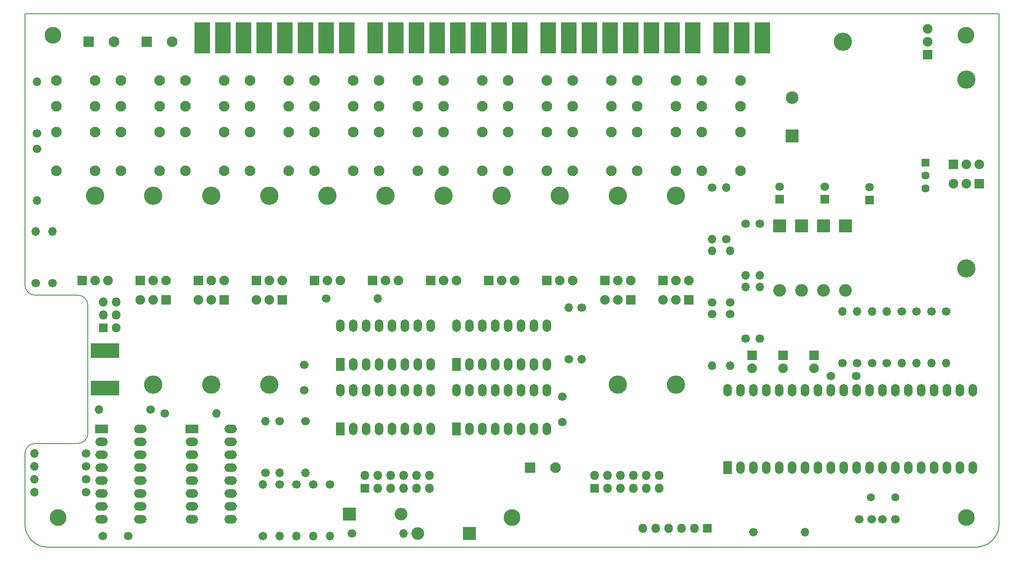
<source format=gbr>
%TF.GenerationSoftware,KiCad,Pcbnew,(5.1.6)-1*%
%TF.CreationDate,2020-08-11T14:57:58+01:00*%
%TF.ProjectId,panel-main,70616e65-6c2d-46d6-9169-6e2e6b696361,rev?*%
%TF.SameCoordinates,Original*%
%TF.FileFunction,Soldermask,Bot*%
%TF.FilePolarity,Negative*%
%FSLAX46Y46*%
G04 Gerber Fmt 4.6, Leading zero omitted, Abs format (unit mm)*
G04 Created by KiCad (PCBNEW (5.1.6)-1) date 2020-08-11 14:57:58*
%MOMM*%
%LPD*%
G01*
G04 APERTURE LIST*
%TA.AperFunction,Profile*%
%ADD10C,0.200000*%
%TD*%
%ADD11R,3.100000X6.100000*%
%ADD12R,5.600000X2.900000*%
%ADD13C,1.700000*%
%ADD14O,1.700000X1.700000*%
%ADD15R,1.800000X1.800000*%
%ADD16O,1.800000X1.800000*%
%ADD17R,2.500000X2.500000*%
%ADD18O,2.500000X2.500000*%
%ADD19C,2.500000*%
%ADD20R,1.700000X1.700000*%
%ADD21O,3.600000X3.600000*%
%ADD22R,1.900000X1.900000*%
%ADD23O,1.900000X1.900000*%
%ADD24C,1.620000*%
%ADD25R,1.620000X1.620000*%
%ADD26C,1.900000*%
%ADD27R,2.100000X2.100000*%
%ADD28C,2.100000*%
%ADD29C,1.600000*%
%ADD30R,1.700000X2.500000*%
%ADD31O,1.700000X2.500000*%
%ADD32R,2.500000X1.700000*%
%ADD33O,2.500000X1.700000*%
%ADD34C,3.300000*%
G04 APERTURE END LIST*
D10*
X50972508Y-38971591D02*
X50972508Y-92309883D01*
X242687490Y-38971591D02*
X50972508Y-38971591D01*
X61372508Y-94309883D02*
G75*
G02*
X63372508Y-96309883I0J-2000000D01*
G01*
X52972508Y-94309883D02*
X61372508Y-94309883D01*
X52972508Y-94309883D02*
G75*
G02*
X50972508Y-92309883I0J2000000D01*
G01*
X55472508Y-143909883D02*
X238187490Y-143909883D01*
X241769770Y-142096719D02*
X241928449Y-141869262D01*
X241928449Y-141869262D02*
X242073087Y-141632115D01*
X242073087Y-141632115D02*
X242203341Y-141386260D01*
X242203341Y-141386260D02*
X242318870Y-141132680D01*
X242318870Y-141132680D02*
X242419332Y-140872359D01*
X242419332Y-140872359D02*
X242504383Y-140606279D01*
X242504383Y-140606279D02*
X242573683Y-140335424D01*
X242573683Y-140335424D02*
X242626889Y-140060777D01*
X242626889Y-140060777D02*
X242663659Y-139783322D01*
X242663659Y-139783322D02*
X242683651Y-139504040D01*
X242683651Y-139504040D02*
X242687490Y-139317324D01*
X242687490Y-139317324D02*
X242687490Y-38971591D01*
X238187490Y-143909883D02*
X238445533Y-143901898D01*
X238445533Y-143901898D02*
X238702533Y-143878184D01*
X238702533Y-143878184D02*
X238957740Y-143839103D01*
X238957740Y-143839103D02*
X239210399Y-143785014D01*
X239210399Y-143785014D02*
X239459759Y-143716279D01*
X239459759Y-143716279D02*
X239705067Y-143633259D01*
X239705067Y-143633259D02*
X239945571Y-143536313D01*
X239945571Y-143536313D02*
X240180518Y-143425804D01*
X240180518Y-143425804D02*
X240409157Y-143302091D01*
X240409157Y-143302091D02*
X240630733Y-143165536D01*
X240630733Y-143165536D02*
X240844496Y-143016499D01*
X240844496Y-143016499D02*
X241049693Y-142855342D01*
X241049693Y-142855342D02*
X241245571Y-142682424D01*
X241245571Y-142682424D02*
X241431378Y-142498107D01*
X241431378Y-142498107D02*
X241606362Y-142302752D01*
X241606362Y-142302752D02*
X241769770Y-142096719D01*
X63372508Y-121509883D02*
G75*
G02*
X61372508Y-123509883I-2000000J0D01*
G01*
X61372508Y-123509883D02*
X52972508Y-123509883D01*
X63372508Y-96309883D02*
X63372508Y-121509883D01*
X52766574Y-142986753D02*
X52989415Y-143147096D01*
X52989415Y-143147096D02*
X53221312Y-143293029D01*
X53221312Y-143293029D02*
X53461337Y-143424254D01*
X53461337Y-143424254D02*
X53708567Y-143540476D01*
X53708567Y-143540476D02*
X53962074Y-143641395D01*
X53962074Y-143641395D02*
X54220933Y-143726715D01*
X54220933Y-143726715D02*
X54484219Y-143796138D01*
X54484219Y-143796138D02*
X54751005Y-143849368D01*
X54751005Y-143849368D02*
X55020366Y-143886106D01*
X55020366Y-143886106D02*
X55291375Y-143906056D01*
X55291375Y-143906056D02*
X55472508Y-143909883D01*
X50972508Y-139317324D02*
X50980516Y-139583265D01*
X50980516Y-139583265D02*
X51004274Y-139847961D01*
X51004274Y-139847961D02*
X51043382Y-140110633D01*
X51043382Y-140110633D02*
X51097440Y-140370501D01*
X51097440Y-140370501D02*
X51166048Y-140626788D01*
X51166048Y-140626788D02*
X51248805Y-140878714D01*
X51248805Y-140878714D02*
X51345312Y-141125500D01*
X51345312Y-141125500D02*
X51455167Y-141366368D01*
X51455167Y-141366368D02*
X51577972Y-141600537D01*
X51577972Y-141600537D02*
X51713326Y-141827230D01*
X51713326Y-141827230D02*
X51860829Y-142045667D01*
X51860829Y-142045667D02*
X52020081Y-142255069D01*
X52020081Y-142255069D02*
X52190681Y-142454658D01*
X52190681Y-142454658D02*
X52372230Y-142643654D01*
X52372230Y-142643654D02*
X52564328Y-142821278D01*
X52564328Y-142821278D02*
X52766574Y-142986753D01*
X50972508Y-125509883D02*
X50972508Y-139317324D01*
X50972508Y-125509883D02*
G75*
G02*
X52972508Y-123509883I2000000J0D01*
G01*
D11*
%TO.C,J9*%
X187960000Y-43688000D03*
X192024000Y-43688000D03*
X196088000Y-43688000D03*
%TD*%
%TO.C,J6*%
X85852000Y-43688000D03*
X89916000Y-43688000D03*
X102108000Y-43688000D03*
X106172000Y-43688000D03*
X110236000Y-43688000D03*
X114300000Y-43688000D03*
X93980000Y-43688000D03*
X98044000Y-43688000D03*
%TD*%
%TO.C,J7*%
X119888000Y-43688000D03*
X123952000Y-43688000D03*
X136144000Y-43688000D03*
X140208000Y-43688000D03*
X144272000Y-43688000D03*
X148336000Y-43688000D03*
X128016000Y-43688000D03*
X132080000Y-43688000D03*
%TD*%
%TO.C,J8*%
X153924000Y-43688000D03*
X157988000Y-43688000D03*
X170180000Y-43688000D03*
X174244000Y-43688000D03*
X178308000Y-43688000D03*
X182372000Y-43688000D03*
X162052000Y-43688000D03*
X166116000Y-43688000D03*
%TD*%
D12*
%TO.C,J2*%
X66707200Y-112617200D03*
X66707200Y-105217200D03*
%TD*%
D13*
%TO.C,R41*%
X232283000Y-97536000D03*
D14*
X232283000Y-107696000D03*
%TD*%
D15*
%TO.C,J11*%
X66421000Y-100711000D03*
D16*
X68961000Y-100711000D03*
X66421000Y-98171000D03*
X68961000Y-98171000D03*
X66421000Y-95631000D03*
X68961000Y-95631000D03*
%TD*%
D13*
%TO.C,R7*%
X186182000Y-73152000D03*
D14*
X186182000Y-83312000D03*
%TD*%
D17*
%TO.C,D4*%
X212471000Y-80645000D03*
D18*
X212471000Y-93345000D03*
%TD*%
D17*
%TO.C,D3*%
X208153000Y-80645000D03*
D18*
X208153000Y-93345000D03*
%TD*%
D17*
%TO.C,D2*%
X203835000Y-80645000D03*
D18*
X203835000Y-93345000D03*
%TD*%
D17*
%TO.C,D1*%
X199517000Y-80645000D03*
D18*
X199517000Y-93345000D03*
%TD*%
D17*
%TO.C,C9*%
X201930000Y-62992000D03*
D19*
X201930000Y-55492000D03*
%TD*%
D20*
%TO.C,C8*%
X208407000Y-75438000D03*
D13*
X208407000Y-72938000D03*
%TD*%
D20*
%TO.C,C7*%
X217170000Y-75565000D03*
D13*
X217170000Y-73065000D03*
%TD*%
D20*
%TO.C,C6*%
X199517000Y-75438000D03*
D13*
X199517000Y-72938000D03*
%TD*%
%TO.C,C3*%
X209550000Y-110236000D03*
X214550000Y-110236000D03*
%TD*%
%TO.C,R40*%
X211836000Y-107696000D03*
D14*
X211836000Y-97536000D03*
%TD*%
D13*
%TO.C,R39*%
X214757000Y-107696000D03*
D14*
X214757000Y-97536000D03*
%TD*%
D13*
%TO.C,R38*%
X217678000Y-107696000D03*
D14*
X217678000Y-97536000D03*
%TD*%
D13*
%TO.C,R37*%
X98298000Y-129286000D03*
D14*
X98298000Y-119126000D03*
%TD*%
D13*
%TO.C,R36*%
X62992000Y-133096000D03*
D14*
X52832000Y-133096000D03*
%TD*%
D13*
%TO.C,R35*%
X53340000Y-65532000D03*
D14*
X53340000Y-75692000D03*
%TD*%
D13*
%TO.C,R34*%
X78486000Y-117602000D03*
D14*
X88646000Y-117602000D03*
%TD*%
D13*
%TO.C,R33*%
X97790000Y-141732000D03*
D14*
X97790000Y-131572000D03*
%TD*%
D13*
%TO.C,R32*%
X75692000Y-116840000D03*
D14*
X65532000Y-116840000D03*
%TD*%
D13*
%TO.C,R31*%
X106172000Y-119126000D03*
D14*
X106172000Y-129286000D03*
%TD*%
D13*
%TO.C,R30*%
X53340000Y-62484000D03*
D14*
X53340000Y-52324000D03*
%TD*%
D13*
%TO.C,R29*%
X192786000Y-80264000D03*
D14*
X192786000Y-90424000D03*
%TD*%
D13*
%TO.C,R28*%
X195580000Y-80264000D03*
D14*
X195580000Y-90424000D03*
%TD*%
D13*
%TO.C,R27*%
X188976000Y-83312000D03*
D14*
X188976000Y-73152000D03*
%TD*%
D13*
%TO.C,R26*%
X195580000Y-102870000D03*
D14*
X195580000Y-92710000D03*
%TD*%
D13*
%TO.C,R25*%
X192786000Y-102870000D03*
D14*
X192786000Y-92710000D03*
%TD*%
D13*
%TO.C,R24*%
X157988000Y-106934000D03*
D14*
X157988000Y-96774000D03*
%TD*%
D13*
%TO.C,R23*%
X226441000Y-97536000D03*
D14*
X226441000Y-107696000D03*
%TD*%
D13*
%TO.C,R22*%
X110998000Y-131572000D03*
D14*
X110998000Y-141732000D03*
%TD*%
D13*
%TO.C,R21*%
X110236000Y-94996000D03*
D14*
X120396000Y-94996000D03*
%TD*%
D13*
%TO.C,R20*%
X229362000Y-97536000D03*
D14*
X229362000Y-107696000D03*
%TD*%
D13*
%TO.C,R19*%
X220599000Y-107696000D03*
D14*
X220599000Y-97536000D03*
%TD*%
D13*
%TO.C,R18*%
X223520000Y-97536000D03*
D14*
X223520000Y-107696000D03*
%TD*%
D21*
%TO.C,Q9*%
X236220000Y-51920000D03*
D22*
X233680000Y-68580000D03*
D23*
X236220000Y-68580000D03*
X238760000Y-68580000D03*
%TD*%
D21*
%TO.C,Q6*%
X236220000Y-89050000D03*
D22*
X238760000Y-72390000D03*
D23*
X236220000Y-72390000D03*
X233680000Y-72390000D03*
%TD*%
D24*
%TO.C,Q3*%
X228219000Y-70739000D03*
X228219000Y-73279000D03*
D25*
X228219000Y-68199000D03*
%TD*%
D22*
%TO.C,D7*%
X194056000Y-106172000D03*
D26*
X194056000Y-108712000D03*
%TD*%
D22*
%TO.C,D6*%
X200152000Y-106172000D03*
D26*
X200152000Y-108712000D03*
%TD*%
D22*
%TO.C,D5*%
X206248000Y-106172000D03*
D26*
X206248000Y-108712000D03*
%TD*%
D27*
%TO.C,C15*%
X150368000Y-128270000D03*
D28*
X155368000Y-128270000D03*
%TD*%
D13*
%TO.C,C14*%
X156718000Y-114300000D03*
X156718000Y-119300000D03*
%TD*%
%TO.C,C13*%
X66294000Y-141732000D03*
X71294000Y-141732000D03*
%TD*%
%TO.C,C12*%
X105918000Y-113030000D03*
X105918000Y-108030000D03*
%TD*%
D21*
%TO.C,U1*%
X211940000Y-44450000D03*
D22*
X228600000Y-46990000D03*
D23*
X228600000Y-44450000D03*
X228600000Y-41910000D03*
%TD*%
D21*
%TO.C,Q19*%
X110490000Y-74780000D03*
D22*
X107950000Y-91440000D03*
D23*
X110490000Y-91440000D03*
X113030000Y-91440000D03*
%TD*%
D21*
%TO.C,Q18*%
X99060000Y-111910000D03*
D22*
X101600000Y-95250000D03*
D23*
X99060000Y-95250000D03*
X96520000Y-95250000D03*
%TD*%
D21*
%TO.C,Q17*%
X99060000Y-74780000D03*
D22*
X96520000Y-91440000D03*
D23*
X99060000Y-91440000D03*
X101600000Y-91440000D03*
%TD*%
D21*
%TO.C,Q16*%
X87630000Y-111910000D03*
D22*
X90170000Y-95250000D03*
D23*
X87630000Y-95250000D03*
X85090000Y-95250000D03*
%TD*%
D21*
%TO.C,Q15*%
X87630000Y-74780000D03*
D22*
X85090000Y-91440000D03*
D23*
X87630000Y-91440000D03*
X90170000Y-91440000D03*
%TD*%
D21*
%TO.C,Q14*%
X76200000Y-111910000D03*
D22*
X78740000Y-95250000D03*
D23*
X76200000Y-95250000D03*
X73660000Y-95250000D03*
%TD*%
D21*
%TO.C,Q13*%
X76200000Y-74780000D03*
D22*
X73660000Y-91440000D03*
D23*
X76200000Y-91440000D03*
X78740000Y-91440000D03*
%TD*%
D21*
%TO.C,Q12*%
X64770000Y-74780000D03*
D22*
X62230000Y-91440000D03*
D23*
X64770000Y-91440000D03*
X67310000Y-91440000D03*
%TD*%
D21*
%TO.C,Q11*%
X179070000Y-74780000D03*
D22*
X176530000Y-91440000D03*
D23*
X179070000Y-91440000D03*
X181610000Y-91440000D03*
%TD*%
D21*
%TO.C,Q10*%
X179070000Y-111910000D03*
D22*
X181610000Y-95250000D03*
D23*
X179070000Y-95250000D03*
X176530000Y-95250000D03*
%TD*%
D21*
%TO.C,Q8*%
X167640000Y-74780000D03*
D22*
X165100000Y-91440000D03*
D23*
X167640000Y-91440000D03*
X170180000Y-91440000D03*
%TD*%
D21*
%TO.C,Q7*%
X167640000Y-111910000D03*
D22*
X170180000Y-95250000D03*
D23*
X167640000Y-95250000D03*
X165100000Y-95250000D03*
%TD*%
D21*
%TO.C,Q5*%
X156210000Y-74780000D03*
D22*
X153670000Y-91440000D03*
D23*
X156210000Y-91440000D03*
X158750000Y-91440000D03*
%TD*%
D21*
%TO.C,Q4*%
X144780000Y-74780000D03*
D22*
X142240000Y-91440000D03*
D23*
X144780000Y-91440000D03*
X147320000Y-91440000D03*
%TD*%
D21*
%TO.C,Q2*%
X133350000Y-74780000D03*
D22*
X130810000Y-91440000D03*
D23*
X133350000Y-91440000D03*
X135890000Y-91440000D03*
%TD*%
D21*
%TO.C,Q1*%
X121920000Y-74780000D03*
D22*
X119380000Y-91440000D03*
D23*
X121920000Y-91440000D03*
X124460000Y-91440000D03*
%TD*%
D29*
%TO.C,Y1*%
X217424000Y-134112000D03*
X222304000Y-134112000D03*
%TD*%
D30*
%TO.C,U8*%
X189230000Y-128270000D03*
D31*
X237490000Y-113030000D03*
X191770000Y-128270000D03*
X234950000Y-113030000D03*
X194310000Y-128270000D03*
X232410000Y-113030000D03*
X196850000Y-128270000D03*
X229870000Y-113030000D03*
X199390000Y-128270000D03*
X227330000Y-113030000D03*
X201930000Y-128270000D03*
X224790000Y-113030000D03*
X204470000Y-128270000D03*
X222250000Y-113030000D03*
X207010000Y-128270000D03*
X219710000Y-113030000D03*
X209550000Y-128270000D03*
X217170000Y-113030000D03*
X212090000Y-128270000D03*
X214630000Y-113030000D03*
X214630000Y-128270000D03*
X212090000Y-113030000D03*
X217170000Y-128270000D03*
X209550000Y-113030000D03*
X219710000Y-128270000D03*
X207010000Y-113030000D03*
X222250000Y-128270000D03*
X204470000Y-113030000D03*
X224790000Y-128270000D03*
X201930000Y-113030000D03*
X227330000Y-128270000D03*
X199390000Y-113030000D03*
X229870000Y-128270000D03*
X196850000Y-113030000D03*
X232410000Y-128270000D03*
X194310000Y-113030000D03*
X234950000Y-128270000D03*
X191770000Y-113030000D03*
X237490000Y-128270000D03*
X189230000Y-113030000D03*
%TD*%
D30*
%TO.C,U7*%
X113030000Y-107950000D03*
D31*
X130810000Y-100330000D03*
X115570000Y-107950000D03*
X128270000Y-100330000D03*
X118110000Y-107950000D03*
X125730000Y-100330000D03*
X120650000Y-107950000D03*
X123190000Y-100330000D03*
X123190000Y-107950000D03*
X120650000Y-100330000D03*
X125730000Y-107950000D03*
X118110000Y-100330000D03*
X128270000Y-107950000D03*
X115570000Y-100330000D03*
X130810000Y-107950000D03*
X113030000Y-100330000D03*
%TD*%
D30*
%TO.C,U6*%
X135890000Y-107950000D03*
D31*
X153670000Y-100330000D03*
X138430000Y-107950000D03*
X151130000Y-100330000D03*
X140970000Y-107950000D03*
X148590000Y-100330000D03*
X143510000Y-107950000D03*
X146050000Y-100330000D03*
X146050000Y-107950000D03*
X143510000Y-100330000D03*
X148590000Y-107950000D03*
X140970000Y-100330000D03*
X151130000Y-107950000D03*
X138430000Y-100330000D03*
X153670000Y-107950000D03*
X135890000Y-100330000D03*
%TD*%
D30*
%TO.C,U5*%
X113030000Y-120650000D03*
D31*
X130810000Y-113030000D03*
X115570000Y-120650000D03*
X128270000Y-113030000D03*
X118110000Y-120650000D03*
X125730000Y-113030000D03*
X120650000Y-120650000D03*
X123190000Y-113030000D03*
X123190000Y-120650000D03*
X120650000Y-113030000D03*
X125730000Y-120650000D03*
X118110000Y-113030000D03*
X128270000Y-120650000D03*
X115570000Y-113030000D03*
X130810000Y-120650000D03*
X113030000Y-113030000D03*
%TD*%
D30*
%TO.C,U4*%
X135890000Y-120650000D03*
D31*
X153670000Y-113030000D03*
X138430000Y-120650000D03*
X151130000Y-113030000D03*
X140970000Y-120650000D03*
X148590000Y-113030000D03*
X143510000Y-120650000D03*
X146050000Y-113030000D03*
X146050000Y-120650000D03*
X143510000Y-113030000D03*
X148590000Y-120650000D03*
X140970000Y-113030000D03*
X151130000Y-120650000D03*
X138430000Y-113030000D03*
X153670000Y-120650000D03*
X135890000Y-113030000D03*
%TD*%
D32*
%TO.C,U3*%
X83820000Y-120650000D03*
D33*
X91440000Y-138430000D03*
X83820000Y-123190000D03*
X91440000Y-135890000D03*
X83820000Y-125730000D03*
X91440000Y-133350000D03*
X83820000Y-128270000D03*
X91440000Y-130810000D03*
X83820000Y-130810000D03*
X91440000Y-128270000D03*
X83820000Y-133350000D03*
X91440000Y-125730000D03*
X83820000Y-135890000D03*
X91440000Y-123190000D03*
X83820000Y-138430000D03*
X91440000Y-120650000D03*
%TD*%
D32*
%TO.C,U2*%
X66040000Y-120650000D03*
D33*
X73660000Y-138430000D03*
X66040000Y-123190000D03*
X73660000Y-135890000D03*
X66040000Y-125730000D03*
X73660000Y-133350000D03*
X66040000Y-128270000D03*
X73660000Y-130810000D03*
X66040000Y-130810000D03*
X73660000Y-128270000D03*
X66040000Y-133350000D03*
X73660000Y-125730000D03*
X66040000Y-135890000D03*
X73660000Y-123190000D03*
X66040000Y-138430000D03*
X73660000Y-120650000D03*
%TD*%
D13*
%TO.C,R1*%
X194310000Y-140970000D03*
D14*
X204470000Y-140970000D03*
%TD*%
D15*
%TO.C,J3*%
X185293000Y-140208000D03*
D16*
X182753000Y-140208000D03*
X180213000Y-140208000D03*
X177673000Y-140208000D03*
X175133000Y-140208000D03*
X172593000Y-140208000D03*
%TD*%
D17*
%TO.C,D20*%
X138430000Y-141224000D03*
D18*
X128270000Y-141224000D03*
%TD*%
D17*
%TO.C,D19*%
X114808000Y-137414000D03*
D18*
X124968000Y-137414000D03*
%TD*%
D13*
%TO.C,C5*%
X222250000Y-138430000D03*
X219750000Y-138430000D03*
%TD*%
%TO.C,C4*%
X215138000Y-138430000D03*
X217638000Y-138430000D03*
%TD*%
D27*
%TO.C,C2*%
X74930000Y-44450000D03*
D28*
X79930000Y-44450000D03*
%TD*%
D27*
%TO.C,C1*%
X63500000Y-44450000D03*
D28*
X68500000Y-44450000D03*
%TD*%
D13*
%TO.C,R17*%
X101092000Y-119126000D03*
D14*
X101092000Y-129286000D03*
%TD*%
D13*
%TO.C,R16*%
X62992000Y-130556000D03*
D14*
X52832000Y-130556000D03*
%TD*%
D13*
%TO.C,R15*%
X56388000Y-91948000D03*
D14*
X56388000Y-81788000D03*
%TD*%
D13*
%TO.C,R14*%
X62992000Y-128016000D03*
D14*
X52832000Y-128016000D03*
%TD*%
D13*
%TO.C,R13*%
X101092000Y-131572000D03*
D14*
X101092000Y-141732000D03*
%TD*%
D13*
%TO.C,R12*%
X62992000Y-125476000D03*
D14*
X52832000Y-125476000D03*
%TD*%
D13*
%TO.C,R11*%
X104394000Y-131572000D03*
D14*
X104394000Y-141732000D03*
%TD*%
D13*
%TO.C,R10*%
X53086000Y-91948000D03*
D14*
X53086000Y-81788000D03*
%TD*%
D13*
%TO.C,R9*%
X189738000Y-95758000D03*
D14*
X189738000Y-85598000D03*
%TD*%
D13*
%TO.C,R8*%
X186182000Y-95758000D03*
D14*
X186182000Y-85598000D03*
%TD*%
D13*
%TO.C,R6*%
X189738000Y-98044000D03*
D14*
X189738000Y-108204000D03*
%TD*%
D13*
%TO.C,R5*%
X186182000Y-98044000D03*
D14*
X186182000Y-108204000D03*
%TD*%
D13*
%TO.C,R4*%
X160528000Y-96774000D03*
D14*
X160528000Y-106934000D03*
%TD*%
D13*
%TO.C,R3*%
X115316000Y-141224000D03*
D14*
X125476000Y-141224000D03*
%TD*%
D13*
%TO.C,R2*%
X107696000Y-131572000D03*
D14*
X107696000Y-141732000D03*
%TD*%
D34*
%TO.C,REF\u002A\u002A*%
X236169200Y-43154600D03*
%TD*%
%TO.C,REF\u002A\u002A*%
X56464200Y-43154600D03*
%TD*%
%TO.C,REF\u002A\u002A*%
X57480200Y-138099800D03*
%TD*%
%TO.C,REF\u002A\u002A*%
X146812000Y-138099800D03*
%TD*%
%TO.C,REF\u002A\u002A*%
X236194600Y-138099800D03*
%TD*%
D15*
%TO.C,J5*%
X117858540Y-132321300D03*
D16*
X117858540Y-129781300D03*
X120398540Y-132321300D03*
X120398540Y-129781300D03*
X122938540Y-132321300D03*
X122938540Y-129781300D03*
X125478540Y-132321300D03*
X125478540Y-129781300D03*
X128018540Y-132321300D03*
X128018540Y-129781300D03*
X130558540Y-132321300D03*
X130558540Y-129781300D03*
%TD*%
D15*
%TO.C,J4*%
X163113720Y-132344160D03*
D16*
X163113720Y-129804160D03*
X165653720Y-132344160D03*
X165653720Y-129804160D03*
X168193720Y-132344160D03*
X168193720Y-129804160D03*
X170733720Y-132344160D03*
X170733720Y-129804160D03*
X173273720Y-132344160D03*
X173273720Y-129804160D03*
X175813720Y-132344160D03*
X175813720Y-129804160D03*
%TD*%
D28*
%TO.C,K1*%
X184150000Y-52070000D03*
X191770000Y-52070000D03*
X191770000Y-57150000D03*
X184150000Y-57150000D03*
X184150000Y-62230000D03*
X191770000Y-62230000D03*
X191770000Y-69850000D03*
X184150000Y-69850000D03*
%TD*%
%TO.C,K2*%
X107950000Y-52070000D03*
X115570000Y-52070000D03*
X115570000Y-57150000D03*
X107950000Y-57150000D03*
X107950000Y-62230000D03*
X115570000Y-62230000D03*
X115570000Y-69850000D03*
X107950000Y-69850000D03*
%TD*%
%TO.C,K3*%
X95250000Y-52070000D03*
X102870000Y-52070000D03*
X102870000Y-57150000D03*
X95250000Y-57150000D03*
X95250000Y-62230000D03*
X102870000Y-62230000D03*
X102870000Y-69850000D03*
X95250000Y-69850000D03*
%TD*%
%TO.C,K4*%
X82550000Y-52070000D03*
X90170000Y-52070000D03*
X90170000Y-57150000D03*
X82550000Y-57150000D03*
X82550000Y-62230000D03*
X90170000Y-62230000D03*
X90170000Y-69850000D03*
X82550000Y-69850000D03*
%TD*%
%TO.C,K5*%
X171450000Y-52070000D03*
X179070000Y-52070000D03*
X179070000Y-57150000D03*
X171450000Y-57150000D03*
X171450000Y-62230000D03*
X179070000Y-62230000D03*
X179070000Y-69850000D03*
X171450000Y-69850000D03*
%TD*%
%TO.C,K6*%
X69850000Y-52070000D03*
X77470000Y-52070000D03*
X77470000Y-57150000D03*
X69850000Y-57150000D03*
X69850000Y-62230000D03*
X77470000Y-62230000D03*
X77470000Y-69850000D03*
X69850000Y-69850000D03*
%TD*%
%TO.C,K7*%
X158750000Y-52070000D03*
X166370000Y-52070000D03*
X166370000Y-57150000D03*
X158750000Y-57150000D03*
X158750000Y-62230000D03*
X166370000Y-62230000D03*
X166370000Y-69850000D03*
X158750000Y-69850000D03*
%TD*%
%TO.C,K8*%
X146050000Y-52070000D03*
X153670000Y-52070000D03*
X153670000Y-57150000D03*
X146050000Y-57150000D03*
X146050000Y-62230000D03*
X153670000Y-62230000D03*
X153670000Y-69850000D03*
X146050000Y-69850000D03*
%TD*%
%TO.C,K9*%
X57150000Y-52070000D03*
X64770000Y-52070000D03*
X64770000Y-57150000D03*
X57150000Y-57150000D03*
X57150000Y-62230000D03*
X64770000Y-62230000D03*
X64770000Y-69850000D03*
X57150000Y-69850000D03*
%TD*%
%TO.C,K10*%
X133350000Y-52070000D03*
X140970000Y-52070000D03*
X140970000Y-57150000D03*
X133350000Y-57150000D03*
X133350000Y-62230000D03*
X140970000Y-62230000D03*
X140970000Y-69850000D03*
X133350000Y-69850000D03*
%TD*%
%TO.C,K11*%
X120650000Y-52070000D03*
X128270000Y-52070000D03*
X128270000Y-57150000D03*
X120650000Y-57150000D03*
X120650000Y-62230000D03*
X128270000Y-62230000D03*
X128270000Y-69850000D03*
X120650000Y-69850000D03*
%TD*%
M02*

</source>
